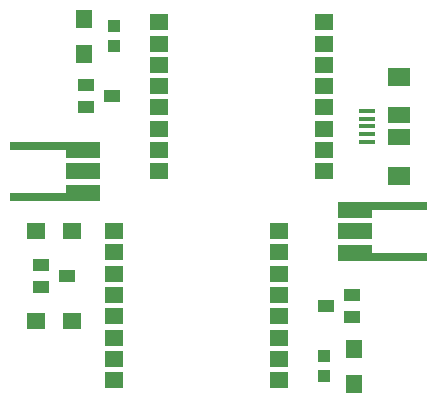
<source format=gbr>
G04 EAGLE Gerber RS-274X export*
G75*
%MOMM*%
%FSLAX34Y34*%
%LPD*%
%INSolderpaste Bottom*%
%IPPOS*%
%AMOC8*
5,1,8,0,0,1.08239X$1,22.5*%
G01*
%ADD10R,1.500000X1.400000*%
%ADD11R,2.975000X1.400000*%
%ADD12R,2.975000X1.460000*%
%ADD13R,4.700000X0.760000*%
%ADD14R,1.400000X1.600000*%
%ADD15R,1.000000X1.100000*%
%ADD16R,1.600000X1.400000*%
%ADD17R,1.350000X0.400000*%
%ADD18R,1.900000X1.400000*%
%ADD19R,1.900000X1.600000*%
%ADD20R,1.400000X1.000000*%


D10*
X228600Y152400D03*
X228600Y134400D03*
X228600Y116400D03*
X228600Y98400D03*
X228600Y80400D03*
X228600Y62400D03*
X228600Y44400D03*
X228600Y26400D03*
X88600Y26400D03*
X88600Y44400D03*
X88600Y62400D03*
X88600Y80400D03*
X88600Y98400D03*
X88600Y116400D03*
X88600Y134400D03*
X88600Y152400D03*
X127000Y203200D03*
X127000Y221200D03*
X127000Y239200D03*
X127000Y257200D03*
X127000Y275200D03*
X127000Y293200D03*
X127000Y311200D03*
X127000Y329200D03*
X267000Y329200D03*
X267000Y311200D03*
X267000Y293200D03*
X267000Y275200D03*
X267000Y257200D03*
X267000Y239200D03*
X267000Y221200D03*
X267000Y203200D03*
D11*
X292670Y152400D03*
D12*
X292920Y134275D03*
X292795Y170525D03*
D13*
X330670Y174025D03*
X330670Y130775D03*
D11*
X62770Y203200D03*
D12*
X62520Y221325D03*
X62645Y185075D03*
D13*
X24770Y181575D03*
X24770Y224825D03*
D14*
X292100Y23100D03*
X292100Y53100D03*
X63500Y332500D03*
X63500Y302500D03*
D15*
X88900Y326000D03*
X88900Y309000D03*
X266700Y29600D03*
X266700Y46600D03*
D16*
X23100Y152400D03*
X53100Y152400D03*
X53100Y76200D03*
X23100Y76200D03*
D17*
X303450Y228300D03*
X303450Y234800D03*
X303450Y241300D03*
X303450Y247800D03*
X303450Y254300D03*
D18*
X330200Y250800D03*
X330200Y231800D03*
D19*
X330200Y283300D03*
X330200Y199300D03*
D20*
X268400Y88900D03*
X290400Y79400D03*
X290400Y98400D03*
X87200Y266700D03*
X65200Y276200D03*
X65200Y257200D03*
X49100Y114300D03*
X27100Y123800D03*
X27100Y104800D03*
M02*

</source>
